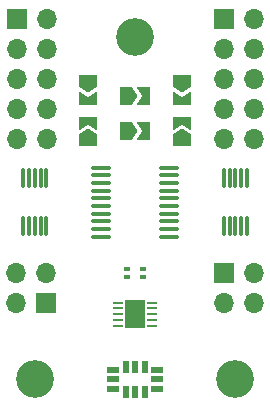
<source format=gts>
%TF.GenerationSoftware,KiCad,Pcbnew,(6.0.0)*%
%TF.CreationDate,2023-03-26T17:46:31-04:00*%
%TF.ProjectId,daughterBoard,64617567-6874-4657-9242-6f6172642e6b,rev?*%
%TF.SameCoordinates,Original*%
%TF.FileFunction,Soldermask,Top*%
%TF.FilePolarity,Negative*%
%FSLAX46Y46*%
G04 Gerber Fmt 4.6, Leading zero omitted, Abs format (unit mm)*
G04 Created by KiCad (PCBNEW (6.0.0)) date 2023-03-26 17:46:31*
%MOMM*%
%LPD*%
G01*
G04 APERTURE LIST*
G04 Aperture macros list*
%AMFreePoly0*
4,1,6,1.000000,0.000000,0.500000,-0.750000,-0.500000,-0.750000,-0.500000,0.750000,0.500000,0.750000,1.000000,0.000000,1.000000,0.000000,$1*%
%AMFreePoly1*
4,1,6,0.500000,-0.750000,-0.650000,-0.750000,-0.150000,0.000000,-0.650000,0.750000,0.500000,0.750000,0.500000,-0.750000,0.500000,-0.750000,$1*%
G04 Aperture macros list end*
%ADD10O,0.299999X1.699999*%
%ADD11C,3.200000*%
%ADD12R,1.700000X1.700000*%
%ADD13O,1.700000X1.700000*%
%ADD14FreePoly0,0.000000*%
%ADD15FreePoly1,0.000000*%
%ADD16R,0.812800X0.254000*%
%ADD17R,1.803400X2.489200*%
%ADD18R,0.500000X0.400000*%
%ADD19FreePoly0,270.000000*%
%ADD20FreePoly1,270.000000*%
%ADD21FreePoly0,90.000000*%
%ADD22FreePoly1,90.000000*%
%ADD23R,1.016000X0.508000*%
%ADD24R,0.508000X1.016000*%
%ADD25O,1.699999X0.349999*%
G04 APERTURE END LIST*
D10*
%TO.C,U4*%
X104500001Y-65450002D03*
X104000002Y-65450002D03*
X103500000Y-65450002D03*
X103000001Y-65450002D03*
X102499999Y-65450002D03*
X102499999Y-69550001D03*
X103000001Y-69550001D03*
X103500000Y-69550001D03*
X104000002Y-69550001D03*
X104500001Y-69550001D03*
%TD*%
D11*
%TO.C,REF\u002A\u002A*%
X103500000Y-82500000D03*
%TD*%
D12*
%TO.C,J4*%
X119500000Y-52000000D03*
D13*
X122040000Y-52000000D03*
X119500000Y-54540000D03*
X122040000Y-54540000D03*
X119500000Y-57080000D03*
X122040000Y-57080000D03*
X119500000Y-59620000D03*
X122040000Y-59620000D03*
X119500000Y-62160000D03*
X122040000Y-62160000D03*
%TD*%
D10*
%TO.C,U1*%
X121500001Y-65450002D03*
X121000002Y-65450002D03*
X120500000Y-65450002D03*
X120000001Y-65450002D03*
X119499999Y-65450002D03*
X119499999Y-69550001D03*
X120000001Y-69550001D03*
X120500000Y-69550001D03*
X121000002Y-69550001D03*
X121500001Y-69550001D03*
%TD*%
D11*
%TO.C,REF\u002A\u002A*%
X120500000Y-82500000D03*
%TD*%
D14*
%TO.C,JP3*%
X111275000Y-61500000D03*
D15*
X112725000Y-61500000D03*
%TD*%
D16*
%TO.C,U5*%
X110552200Y-75999999D03*
X110552200Y-76500001D03*
X110552200Y-77000000D03*
X110552200Y-77499999D03*
X110552200Y-78000001D03*
X113447800Y-78000001D03*
X113447800Y-77499999D03*
X113447800Y-77000000D03*
X113447800Y-76500001D03*
X113447800Y-75999999D03*
D17*
X112000000Y-77000000D03*
%TD*%
D18*
%TO.C,D1*%
X111350000Y-73150000D03*
X111350000Y-73850000D03*
X112650000Y-73850000D03*
X112650000Y-73150000D03*
%TD*%
D12*
%TO.C,J2*%
X119500000Y-73500000D03*
D13*
X122040000Y-73500000D03*
X119500000Y-76040000D03*
X122040000Y-76040000D03*
%TD*%
D19*
%TO.C,JP6*%
X108000000Y-57275000D03*
D20*
X108000000Y-58725000D03*
%TD*%
D11*
%TO.C,REF\u002A\u002A*%
X112000000Y-53500000D03*
%TD*%
D12*
%TO.C,J3*%
X104500000Y-76000000D03*
D13*
X101960000Y-76000000D03*
X104500000Y-73460000D03*
X101960000Y-73460000D03*
%TD*%
D14*
%TO.C,JP4*%
X111275000Y-58500000D03*
D15*
X112725000Y-58500000D03*
%TD*%
D19*
%TO.C,JP2*%
X116000000Y-57275000D03*
D20*
X116000000Y-58725000D03*
%TD*%
D12*
%TO.C,J1*%
X102000000Y-52000000D03*
D13*
X104540000Y-52000000D03*
X102000000Y-54540000D03*
X104540000Y-54540000D03*
X102000000Y-57080000D03*
X104540000Y-57080000D03*
X102000000Y-59620000D03*
X104540000Y-59620000D03*
X102000000Y-62160000D03*
X104540000Y-62160000D03*
%TD*%
D21*
%TO.C,JP1*%
X116000000Y-62225000D03*
D22*
X116000000Y-60775000D03*
%TD*%
D21*
%TO.C,JP5*%
X108000000Y-62225000D03*
D22*
X108000000Y-60775000D03*
%TD*%
D23*
%TO.C,U3*%
X110146001Y-81700027D03*
D24*
X111199999Y-81446027D03*
X112000000Y-81446027D03*
X112800001Y-81446027D03*
D23*
X113853999Y-81700027D03*
X113853999Y-82500000D03*
X113853999Y-83299973D03*
D24*
X112800001Y-83553973D03*
X112000000Y-83553973D03*
X111199999Y-83553973D03*
D23*
X110146001Y-83299973D03*
X110146001Y-82500000D03*
%TD*%
D25*
%TO.C,U2*%
X109150001Y-64575000D03*
X109150001Y-65225001D03*
X109150001Y-65874999D03*
X109150001Y-66525001D03*
X109150001Y-67174999D03*
X109150001Y-67825001D03*
X109150001Y-68474999D03*
X109150001Y-69125001D03*
X109150001Y-69774999D03*
X109150001Y-70425000D03*
X114849999Y-70425000D03*
X114849999Y-69774999D03*
X114849999Y-69125001D03*
X114849999Y-68474999D03*
X114849999Y-67825001D03*
X114849999Y-67174999D03*
X114849999Y-66525001D03*
X114849999Y-65874999D03*
X114849999Y-65225001D03*
X114849999Y-64575000D03*
%TD*%
M02*

</source>
